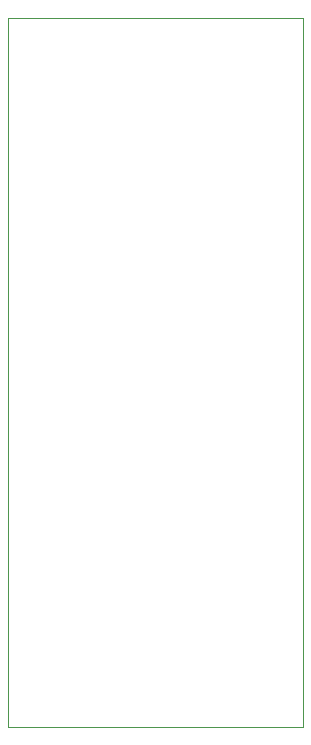
<source format=gbr>
%TF.GenerationSoftware,KiCad,Pcbnew,7.0.1*%
%TF.CreationDate,2023-08-30T09:28:39-04:00*%
%TF.ProjectId,TacTile-L1,54616354-696c-4652-9d4c-312e6b696361,rev?*%
%TF.SameCoordinates,Original*%
%TF.FileFunction,Profile,NP*%
%FSLAX46Y46*%
G04 Gerber Fmt 4.6, Leading zero omitted, Abs format (unit mm)*
G04 Created by KiCad (PCBNEW 7.0.1) date 2023-08-30 09:28:39*
%MOMM*%
%LPD*%
G01*
G04 APERTURE LIST*
%TA.AperFunction,Profile*%
%ADD10C,0.100000*%
%TD*%
G04 APERTURE END LIST*
D10*
X25000000Y-25000000D02*
X50000000Y-25000000D01*
X50000000Y-85000000D01*
X25000000Y-85000000D01*
X25000000Y-25000000D01*
M02*

</source>
